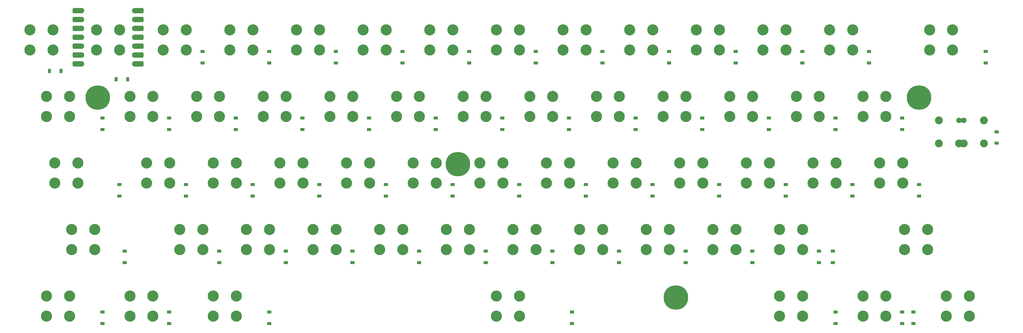
<source format=gbs>
G04 #@! TF.GenerationSoftware,KiCad,Pcbnew,(6.0.4)*
G04 #@! TF.CreationDate,2022-06-06T22:41:23+02:00*
G04 #@! TF.ProjectId,XIAO2040,5849414f-3230-4343-902e-6b696361645f,rev?*
G04 #@! TF.SameCoordinates,Original*
G04 #@! TF.FileFunction,Soldermask,Bot*
G04 #@! TF.FilePolarity,Negative*
%FSLAX46Y46*%
G04 Gerber Fmt 4.6, Leading zero omitted, Abs format (unit mm)*
G04 Created by KiCad (PCBNEW (6.0.4)) date 2022-06-06 22:41:23*
%MOMM*%
%LPD*%
G01*
G04 APERTURE LIST*
G04 Aperture macros list*
%AMRoundRect*
0 Rectangle with rounded corners*
0 $1 Rounding radius*
0 $2 $3 $4 $5 $6 $7 $8 $9 X,Y pos of 4 corners*
0 Add a 4 corners polygon primitive as box body*
4,1,4,$2,$3,$4,$5,$6,$7,$8,$9,$2,$3,0*
0 Add four circle primitives for the rounded corners*
1,1,$1+$1,$2,$3*
1,1,$1+$1,$4,$5*
1,1,$1+$1,$6,$7*
1,1,$1+$1,$8,$9*
0 Add four rect primitives between the rounded corners*
20,1,$1+$1,$2,$3,$4,$5,0*
20,1,$1+$1,$4,$5,$6,$7,0*
20,1,$1+$1,$6,$7,$8,$9,0*
20,1,$1+$1,$8,$9,$2,$3,0*%
G04 Aperture macros list end*
%ADD10C,7.000240*%
%ADD11C,7.001300*%
%ADD12C,3.180000*%
%ADD13C,2.250000*%
%ADD14C,1.600000*%
%ADD15R,1.200000X0.900000*%
%ADD16RoundRect,0.400000X1.100000X0.400000X-1.100000X0.400000X-1.100000X-0.400000X1.100000X-0.400000X0*%
%ADD17R,0.900000X1.200000*%
G04 APERTURE END LIST*
D10*
G04 #@! TO.C,REF\u002A\u002A*
X203575000Y9725000D03*
X141275000Y47925000D03*
D11*
X38275000Y67025000D03*
D10*
X273125000Y67025000D03*
G04 #@! TD*
D12*
G04 #@! TO.C,MX40*
X247525000Y86365000D03*
X247525000Y80645000D03*
X254125000Y80645000D03*
X254125000Y86365000D03*
G04 #@! TD*
G04 #@! TO.C,MX32*
X142750000Y61595000D03*
X142750000Y67315000D03*
X149350000Y61595000D03*
X149350000Y67315000D03*
G04 #@! TD*
G04 #@! TO.C,MX3*
X26068750Y48265000D03*
X26068750Y42545000D03*
X32668750Y42545000D03*
X32668750Y48265000D03*
G04 #@! TD*
G04 #@! TO.C,MX5*
X30287500Y10165000D03*
X30287500Y4445000D03*
X23687500Y4445000D03*
X23687500Y10165000D03*
G04 #@! TD*
G04 #@! TO.C,MX20*
X152275000Y4445000D03*
X152275000Y10165000D03*
X158875000Y4445000D03*
X158875000Y10165000D03*
G04 #@! TD*
G04 #@! TO.C,MX4*
X30831250Y29215000D03*
X30831250Y23495000D03*
X37431250Y23495000D03*
X37431250Y29215000D03*
G04 #@! TD*
D13*
G04 #@! TO.C,MX50*
X284480000Y53850000D03*
X278760000Y53850000D03*
X291623750Y53850000D03*
X285903750Y53850000D03*
X278760000Y60450000D03*
X291623750Y60450000D03*
D14*
X285903750Y60450000D03*
X284480000Y60450000D03*
G04 #@! TD*
D12*
G04 #@! TO.C,MX21*
X95125000Y80645000D03*
X95125000Y86365000D03*
X101725000Y80645000D03*
X101725000Y86365000D03*
G04 #@! TD*
G04 #@! TO.C,MX27*
X123700000Y61595000D03*
X123700000Y67315000D03*
X130300000Y61595000D03*
X130300000Y67315000D03*
G04 #@! TD*
G04 #@! TO.C,MX18*
X90362500Y42545000D03*
X90362500Y48265000D03*
X96962500Y48265000D03*
X96962500Y42545000D03*
G04 #@! TD*
G04 #@! TO.C,MX59*
X268956250Y23495000D03*
X268956250Y29215000D03*
X275556250Y23495000D03*
X275556250Y29215000D03*
G04 #@! TD*
G04 #@! TO.C,MX38*
X166562500Y48265000D03*
X166562500Y42545000D03*
X173162500Y48265000D03*
X173162500Y42545000D03*
G04 #@! TD*
G04 #@! TO.C,MX25*
X233237500Y10165000D03*
X233237500Y4445000D03*
X239837500Y4445000D03*
X239837500Y10165000D03*
G04 #@! TD*
G04 #@! TO.C,MX52*
X218950000Y67315000D03*
X218950000Y61595000D03*
X225550000Y67315000D03*
X225550000Y61595000D03*
G04 #@! TD*
G04 #@! TO.C,MX35*
X280862500Y10165000D03*
X280862500Y4445000D03*
X287462500Y10165000D03*
X287462500Y4445000D03*
G04 #@! TD*
G04 #@! TO.C,MX33*
X147512500Y42545000D03*
X147512500Y48265000D03*
X154112500Y42545000D03*
X154112500Y48265000D03*
G04 #@! TD*
G04 #@! TO.C,MX8*
X52262500Y48265000D03*
X52262500Y42545000D03*
X58862500Y48265000D03*
X58862500Y42545000D03*
G04 #@! TD*
G04 #@! TO.C,MX19*
X99887500Y23495000D03*
X99887500Y29215000D03*
X106487500Y29215000D03*
X106487500Y23495000D03*
G04 #@! TD*
G04 #@! TO.C,MX26*
X114175000Y86365000D03*
X114175000Y80645000D03*
X120775000Y86365000D03*
X120775000Y80645000D03*
G04 #@! TD*
G04 #@! TO.C,MX22*
X104650000Y61595000D03*
X104650000Y67315000D03*
X111250000Y67315000D03*
X111250000Y61595000D03*
G04 #@! TD*
G04 #@! TO.C,MX29*
X137987500Y23495000D03*
X137987500Y29215000D03*
X144587500Y23495000D03*
X144587500Y29215000D03*
G04 #@! TD*
G04 #@! TO.C,MX37*
X161800000Y61595000D03*
X161800000Y67315000D03*
X168400000Y61595000D03*
X168400000Y67315000D03*
G04 #@! TD*
G04 #@! TO.C,MX30*
X257050000Y4445000D03*
X257050000Y10165000D03*
X263650000Y10165000D03*
X263650000Y4445000D03*
G04 #@! TD*
G04 #@! TO.C,MX56*
X228475000Y86365000D03*
X228475000Y80645000D03*
X235075000Y80645000D03*
X235075000Y86365000D03*
G04 #@! TD*
G04 #@! TO.C,MX31*
X133225000Y80645000D03*
X133225000Y86365000D03*
X139825000Y80645000D03*
X139825000Y86365000D03*
G04 #@! TD*
G04 #@! TO.C,MX41*
X171325000Y80645000D03*
X171325000Y86365000D03*
X177925000Y86365000D03*
X177925000Y80645000D03*
G04 #@! TD*
G04 #@! TO.C,MX45*
X276100000Y86365000D03*
X276100000Y80645000D03*
X282700000Y80645000D03*
X282700000Y86365000D03*
G04 #@! TD*
G04 #@! TO.C,MX24*
X118937500Y23495000D03*
X118937500Y29215000D03*
X125537500Y23495000D03*
X125537500Y29215000D03*
G04 #@! TD*
G04 #@! TO.C,MX54*
X233237500Y23495000D03*
X233237500Y29215000D03*
X239837500Y29215000D03*
X239837500Y23495000D03*
G04 #@! TD*
G04 #@! TO.C,MX15*
X71312500Y4445000D03*
X71312500Y10165000D03*
X77912500Y4445000D03*
X77912500Y10165000D03*
G04 #@! TD*
G04 #@! TO.C,MX47*
X199900000Y67315000D03*
X199900000Y61595000D03*
X206500000Y67315000D03*
X206500000Y61595000D03*
G04 #@! TD*
G04 #@! TO.C,MX1*
X18925000Y86365000D03*
X18925000Y80645000D03*
X25525000Y80645000D03*
X25525000Y86365000D03*
G04 #@! TD*
G04 #@! TO.C,MX14*
X80837500Y23495000D03*
X80837500Y29215000D03*
X87437500Y23495000D03*
X87437500Y29215000D03*
G04 #@! TD*
G04 #@! TO.C,MX7*
X47500000Y61595000D03*
X47500000Y67315000D03*
X54100000Y61595000D03*
X54100000Y67315000D03*
G04 #@! TD*
G04 #@! TO.C,MX49*
X214187500Y23495000D03*
X214187500Y29215000D03*
X220787500Y23495000D03*
X220787500Y29215000D03*
G04 #@! TD*
G04 #@! TO.C,MX53*
X223712500Y48265000D03*
X223712500Y42545000D03*
X230312500Y48265000D03*
X230312500Y42545000D03*
G04 #@! TD*
G04 #@! TO.C,MX48*
X204662500Y42545000D03*
X204662500Y48265000D03*
X211262500Y42545000D03*
X211262500Y48265000D03*
G04 #@! TD*
G04 #@! TO.C,MX17*
X85600000Y67315000D03*
X85600000Y61595000D03*
X92200000Y67315000D03*
X92200000Y61595000D03*
G04 #@! TD*
G04 #@! TO.C,MX2*
X23687500Y67315000D03*
X23687500Y61595000D03*
X30287500Y67315000D03*
X30287500Y61595000D03*
G04 #@! TD*
G04 #@! TO.C,MX34*
X157037500Y23495000D03*
X157037500Y29215000D03*
X163637500Y23495000D03*
X163637500Y29215000D03*
G04 #@! TD*
G04 #@! TO.C,MX46*
X190375000Y80645000D03*
X190375000Y86365000D03*
X196975000Y86365000D03*
X196975000Y80645000D03*
G04 #@! TD*
G04 #@! TO.C,MX60*
X261812500Y42545000D03*
X261812500Y48265000D03*
X268412500Y48265000D03*
X268412500Y42545000D03*
G04 #@! TD*
G04 #@! TO.C,MX10*
X47500000Y4445000D03*
X47500000Y10165000D03*
X54100000Y4445000D03*
X54100000Y10165000D03*
G04 #@! TD*
G04 #@! TO.C,MX12*
X66550000Y67315000D03*
X66550000Y61595000D03*
X73150000Y67315000D03*
X73150000Y61595000D03*
G04 #@! TD*
G04 #@! TO.C,MX23*
X109412500Y42545000D03*
X109412500Y48265000D03*
X116012500Y42545000D03*
X116012500Y48265000D03*
G04 #@! TD*
G04 #@! TO.C,MX13*
X71312500Y42545000D03*
X71312500Y48265000D03*
X77912500Y48265000D03*
X77912500Y42545000D03*
G04 #@! TD*
G04 #@! TO.C,MX6*
X37975000Y80645000D03*
X37975000Y86365000D03*
X44575000Y80645000D03*
X44575000Y86365000D03*
G04 #@! TD*
G04 #@! TO.C,MX57*
X238000000Y67315000D03*
X238000000Y61595000D03*
X244600000Y67315000D03*
X244600000Y61595000D03*
G04 #@! TD*
G04 #@! TO.C,MX28*
X128462500Y42545000D03*
X128462500Y48265000D03*
X135062500Y48265000D03*
X135062500Y42545000D03*
G04 #@! TD*
G04 #@! TO.C,MX39*
X176087500Y23495000D03*
X176087500Y29215000D03*
X182687500Y23495000D03*
X182687500Y29215000D03*
G04 #@! TD*
G04 #@! TO.C,MX16*
X76075000Y86365000D03*
X76075000Y80645000D03*
X82675000Y86365000D03*
X82675000Y80645000D03*
G04 #@! TD*
G04 #@! TO.C,MX36*
X152275000Y86365000D03*
X152275000Y80645000D03*
X158875000Y86365000D03*
X158875000Y80645000D03*
G04 #@! TD*
G04 #@! TO.C,MX55*
X263650000Y61595000D03*
X263650000Y67315000D03*
X257050000Y61595000D03*
X257050000Y67315000D03*
G04 #@! TD*
G04 #@! TO.C,MX11*
X57025000Y86365000D03*
X57025000Y80645000D03*
X63625000Y86365000D03*
X63625000Y80645000D03*
G04 #@! TD*
G04 #@! TO.C,MX58*
X242762500Y42545000D03*
X242762500Y48265000D03*
X249362500Y48265000D03*
X249362500Y42545000D03*
G04 #@! TD*
G04 #@! TO.C,MX42*
X180850000Y61595000D03*
X180850000Y67315000D03*
X187450000Y61595000D03*
X187450000Y67315000D03*
G04 #@! TD*
G04 #@! TO.C,MX44*
X195137500Y23495000D03*
X195137500Y29215000D03*
X201737500Y29215000D03*
X201737500Y23495000D03*
G04 #@! TD*
G04 #@! TO.C,MX9*
X61787500Y23495000D03*
X61787500Y29215000D03*
X68387500Y29215000D03*
X68387500Y23495000D03*
G04 #@! TD*
G04 #@! TO.C,MX51*
X209425000Y86365000D03*
X209425000Y80645000D03*
X216025000Y86365000D03*
X216025000Y80645000D03*
G04 #@! TD*
G04 #@! TO.C,MX43*
X185612500Y48265000D03*
X185612500Y42545000D03*
X192212500Y48265000D03*
X192212500Y42545000D03*
G04 #@! TD*
D15*
G04 #@! TO.C,D21*
X106362500Y80231250D03*
X106362500Y76931250D03*
G04 #@! TD*
G04 #@! TO.C,D55*
X239712500Y76931250D03*
X239712500Y80231250D03*
G04 #@! TD*
G04 #@! TO.C,D20*
X173831250Y2318750D03*
X173831250Y5618750D03*
G04 #@! TD*
G04 #@! TO.C,D33*
X158750000Y42131250D03*
X158750000Y38831250D03*
G04 #@! TD*
G04 #@! TO.C,D26*
X125412500Y76931250D03*
X125412500Y80231250D03*
G04 #@! TD*
G04 #@! TO.C,D23*
X120650000Y42131250D03*
X120650000Y38831250D03*
G04 #@! TD*
G04 #@! TO.C,D43*
X196850000Y42131250D03*
X196850000Y38831250D03*
G04 #@! TD*
G04 #@! TO.C,D60*
X268287500Y57881250D03*
X268287500Y61181250D03*
G04 #@! TD*
G04 #@! TO.C,D5*
X39687500Y5618750D03*
X39687500Y2318750D03*
G04 #@! TD*
G04 #@! TO.C,D8*
X63500000Y38831250D03*
X63500000Y42131250D03*
G04 #@! TD*
G04 #@! TO.C,D2*
X39687500Y61181250D03*
X39687500Y57881250D03*
G04 #@! TD*
G04 #@! TO.C,D37*
X173037500Y57881250D03*
X173037500Y61181250D03*
G04 #@! TD*
G04 #@! TO.C,D52*
X230187500Y61181250D03*
X230187500Y57881250D03*
G04 #@! TD*
D16*
G04 #@! TO.C,M1*
X32657500Y91894250D03*
D14*
X33657500Y91894250D03*
D16*
X32657500Y89354250D03*
D14*
X33657500Y89354250D03*
D16*
X32657500Y86814250D03*
D14*
X33657500Y86814250D03*
D16*
X32657500Y84274250D03*
D14*
X33657500Y84274250D03*
X33657500Y81734250D03*
D16*
X32657500Y81734250D03*
D14*
X33657500Y79194250D03*
D16*
X32657500Y79194250D03*
D14*
X33657500Y76654250D03*
D16*
X32657500Y76654250D03*
D14*
X48892500Y76654250D03*
D16*
X49892500Y76654250D03*
X49892500Y79194250D03*
D14*
X48892500Y79194250D03*
X48892500Y81734250D03*
D16*
X49892500Y81734250D03*
X49892500Y84274250D03*
D14*
X48892500Y84274250D03*
D16*
X49892500Y86814250D03*
D14*
X48892500Y86814250D03*
X48892500Y89354250D03*
D16*
X49892500Y89354250D03*
D14*
X48892500Y91894250D03*
D16*
X49892500Y91894250D03*
G04 #@! TD*
D15*
G04 #@! TO.C,D29*
X149225000Y19781250D03*
X149225000Y23081250D03*
G04 #@! TD*
G04 #@! TO.C,D22*
X115887500Y61181250D03*
X115887500Y57881250D03*
G04 #@! TD*
G04 #@! TO.C,D57*
X254000000Y38831250D03*
X254000000Y42131250D03*
G04 #@! TD*
G04 #@! TO.C,D19*
X111125000Y19781250D03*
X111125000Y23081250D03*
G04 #@! TD*
G04 #@! TO.C,D28*
X139700000Y38831250D03*
X139700000Y42131250D03*
G04 #@! TD*
G04 #@! TO.C,D16*
X87312500Y76931250D03*
X87312500Y80231250D03*
G04 #@! TD*
G04 #@! TO.C,D39*
X187325000Y19781250D03*
X187325000Y23081250D03*
G04 #@! TD*
G04 #@! TO.C,D31*
X144462500Y80231250D03*
X144462500Y76931250D03*
G04 #@! TD*
G04 #@! TO.C,D42*
X192087500Y61181250D03*
X192087500Y57881250D03*
G04 #@! TD*
G04 #@! TO.C,D30*
X268287500Y2318750D03*
X268287500Y5618750D03*
G04 #@! TD*
G04 #@! TO.C,D54*
X244475000Y23081250D03*
X244475000Y19781250D03*
G04 #@! TD*
G04 #@! TO.C,D35*
X271462500Y5618750D03*
X271462500Y2318750D03*
G04 #@! TD*
G04 #@! TO.C,D25*
X249237500Y5618750D03*
X249237500Y2318750D03*
G04 #@! TD*
D17*
G04 #@! TO.C,D1*
X24543750Y74612500D03*
X27843750Y74612500D03*
G04 #@! TD*
D15*
G04 #@! TO.C,D50*
X295275000Y57212500D03*
X295275000Y53912500D03*
G04 #@! TD*
G04 #@! TO.C,D41*
X182562500Y80231250D03*
X182562500Y76931250D03*
G04 #@! TD*
G04 #@! TO.C,D51*
X220662500Y80231250D03*
X220662500Y76931250D03*
G04 #@! TD*
G04 #@! TO.C,D27*
X134937500Y57881250D03*
X134937500Y61181250D03*
G04 #@! TD*
G04 #@! TO.C,D10*
X58737500Y2318750D03*
X58737500Y5618750D03*
G04 #@! TD*
G04 #@! TO.C,D53*
X234950000Y42131250D03*
X234950000Y38831250D03*
G04 #@! TD*
D17*
G04 #@! TO.C,D6*
X43593750Y72231250D03*
X46893750Y72231250D03*
G04 #@! TD*
D15*
G04 #@! TO.C,D38*
X177800000Y38831250D03*
X177800000Y42131250D03*
G04 #@! TD*
G04 #@! TO.C,D17*
X96837500Y57881250D03*
X96837500Y61181250D03*
G04 #@! TD*
G04 #@! TO.C,D12*
X77787500Y61181250D03*
X77787500Y57881250D03*
G04 #@! TD*
G04 #@! TO.C,D44*
X206375000Y23081250D03*
X206375000Y19781250D03*
G04 #@! TD*
G04 #@! TO.C,D45*
X292100000Y80231250D03*
X292100000Y76931250D03*
G04 #@! TD*
G04 #@! TO.C,D9*
X73025000Y19781250D03*
X73025000Y23081250D03*
G04 #@! TD*
G04 #@! TO.C,D47*
X211137500Y57881250D03*
X211137500Y61181250D03*
G04 #@! TD*
G04 #@! TO.C,D3*
X44450000Y42131250D03*
X44450000Y38831250D03*
G04 #@! TD*
G04 #@! TO.C,D24*
X130175000Y23081250D03*
X130175000Y19781250D03*
G04 #@! TD*
G04 #@! TO.C,D13*
X82550000Y42131250D03*
X82550000Y38831250D03*
G04 #@! TD*
G04 #@! TO.C,D49*
X225425000Y19781250D03*
X225425000Y23081250D03*
G04 #@! TD*
G04 #@! TO.C,D36*
X163512500Y76931250D03*
X163512500Y80231250D03*
G04 #@! TD*
G04 #@! TO.C,D59*
X273050000Y38831250D03*
X273050000Y42131250D03*
G04 #@! TD*
G04 #@! TO.C,D14*
X92075000Y23081250D03*
X92075000Y19781250D03*
G04 #@! TD*
G04 #@! TO.C,D46*
X201612500Y76931250D03*
X201612500Y80231250D03*
G04 #@! TD*
G04 #@! TO.C,D56*
X249237500Y57881250D03*
X249237500Y61181250D03*
G04 #@! TD*
G04 #@! TO.C,D18*
X101600000Y38831250D03*
X101600000Y42131250D03*
G04 #@! TD*
G04 #@! TO.C,D34*
X168275000Y23081250D03*
X168275000Y19781250D03*
G04 #@! TD*
G04 #@! TO.C,D40*
X258762500Y76931250D03*
X258762500Y80231250D03*
G04 #@! TD*
G04 #@! TO.C,D7*
X58737500Y57881250D03*
X58737500Y61181250D03*
G04 #@! TD*
G04 #@! TO.C,D4*
X46037500Y23081250D03*
X46037500Y19781250D03*
G04 #@! TD*
G04 #@! TO.C,D15*
X87312500Y5618750D03*
X87312500Y2318750D03*
G04 #@! TD*
G04 #@! TO.C,D32*
X153987500Y61181250D03*
X153987500Y57881250D03*
G04 #@! TD*
G04 #@! TO.C,D48*
X215900000Y38831250D03*
X215900000Y42131250D03*
G04 #@! TD*
G04 #@! TO.C,D58*
X248443750Y19781250D03*
X248443750Y23081250D03*
G04 #@! TD*
G04 #@! TO.C,D11*
X68262500Y80231250D03*
X68262500Y76931250D03*
G04 #@! TD*
M02*

</source>
